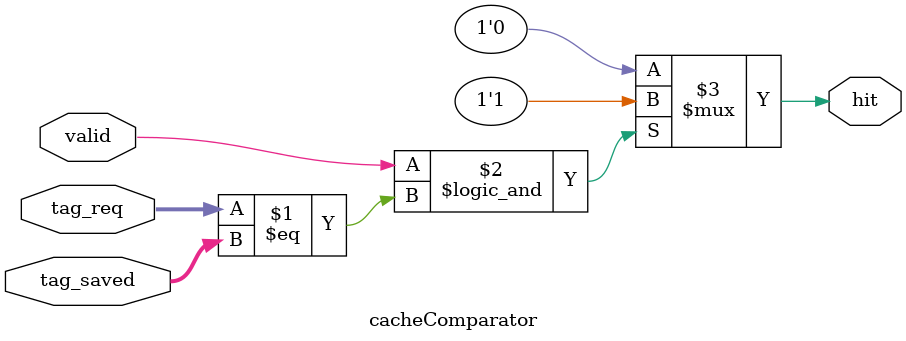
<source format=v>
`timescale 1ns / 1ps
module cacheComparator(
    input [23:0] tag_req,
    input [23:0] tag_saved,
    input valid,
    output hit
    );

	assign hit = (valid && (tag_req == tag_saved)) ? 1'b1 : 1'b0; 

endmodule

</source>
